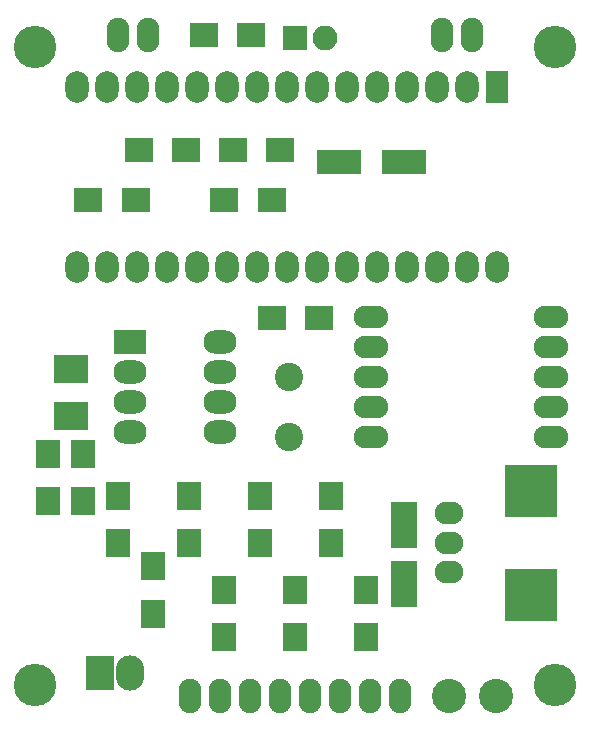
<source format=gbr>
G04 #@! TF.FileFunction,Soldermask,Top*
%FSLAX46Y46*%
G04 Gerber Fmt 4.6, Leading zero omitted, Abs format (unit mm)*
G04 Created by KiCad (PCBNEW 4.0.4-stable) date 05/01/17 17:01:59*
%MOMM*%
%LPD*%
G01*
G04 APERTURE LIST*
%ADD10C,0.100000*%
%ADD11C,2.400000*%
%ADD12O,2.924000X1.924000*%
%ADD13R,2.400000X3.000000*%
%ADD14O,2.400000X3.000000*%
%ADD15R,2.800000X2.000000*%
%ADD16O,2.800000X2.000000*%
%ADD17O,1.920000X2.920000*%
%ADD18O,2.400000X1.924000*%
%ADD19R,4.400000X4.400000*%
%ADD20R,2.400000X2.100000*%
%ADD21R,2.100000X2.400000*%
%ADD22R,1.974800X2.686000*%
%ADD23O,1.974800X2.686000*%
%ADD24C,3.600000*%
%ADD25C,2.899360*%
%ADD26R,2.900000X2.400000*%
%ADD27R,2.200000X3.900000*%
%ADD28R,2.100000X2.100000*%
%ADD29O,2.100000X2.100000*%
%ADD30R,3.700000X2.100000*%
G04 APERTURE END LIST*
D10*
D11*
X94500000Y-101000000D03*
X94500000Y-106000000D03*
D12*
X116620000Y-106080000D03*
X116620000Y-103540000D03*
X116620000Y-101000000D03*
X116620000Y-98460000D03*
X116620000Y-95920000D03*
X101380000Y-95920000D03*
X101380000Y-98460000D03*
X101380000Y-101000000D03*
X101380000Y-103540000D03*
X101380000Y-106080000D03*
D13*
X78500000Y-126000000D03*
D14*
X81040000Y-126000000D03*
D15*
X81000000Y-98000000D03*
D16*
X88620000Y-105620000D03*
X81000000Y-100540000D03*
X88620000Y-103080000D03*
X81000000Y-103080000D03*
X88620000Y-100540000D03*
X81000000Y-105620000D03*
X88620000Y-98000000D03*
D17*
X80000000Y-72000000D03*
X82540000Y-72000000D03*
X110000000Y-72000000D03*
X107460000Y-72000000D03*
D18*
X108000000Y-112500000D03*
X108000000Y-115000000D03*
X108000000Y-117500000D03*
D19*
X115000000Y-119400000D03*
X115000000Y-110600000D03*
D20*
X89000000Y-86000000D03*
X93000000Y-86000000D03*
D21*
X80000000Y-115000000D03*
X80000000Y-111000000D03*
X83000000Y-121000000D03*
X83000000Y-117000000D03*
X86000000Y-115000000D03*
X86000000Y-111000000D03*
X89000000Y-123000000D03*
X89000000Y-119000000D03*
X92000000Y-115000000D03*
X92000000Y-111000000D03*
X95000000Y-123000000D03*
X95000000Y-119000000D03*
X98000000Y-115000000D03*
X98000000Y-111000000D03*
X101000000Y-123000000D03*
X101000000Y-119000000D03*
D20*
X93000000Y-96000000D03*
X97000000Y-96000000D03*
D21*
X74100000Y-111500000D03*
X74100000Y-107500000D03*
D20*
X81500000Y-86000000D03*
X77500000Y-86000000D03*
D22*
X112050000Y-76380000D03*
D23*
X109510000Y-76380000D03*
X106970000Y-76380000D03*
X104430000Y-76380000D03*
X101890000Y-76380000D03*
X99350000Y-76380000D03*
X96810000Y-76380000D03*
X94270000Y-76380000D03*
X91730000Y-76380000D03*
X89190000Y-76380000D03*
X86650000Y-76380000D03*
X84110000Y-76380000D03*
X81570000Y-76380000D03*
X79030000Y-76380000D03*
X76490000Y-76380000D03*
X76490000Y-91620000D03*
X79030000Y-91620000D03*
X81570000Y-91620000D03*
X84110000Y-91620000D03*
X86650000Y-91620000D03*
X89190000Y-91620000D03*
X91730000Y-91620000D03*
X94270000Y-91620000D03*
X96810000Y-91620000D03*
X99350000Y-91620000D03*
X101890000Y-91620000D03*
X104430000Y-91620000D03*
X106970000Y-91620000D03*
X109510000Y-91620000D03*
X112050000Y-91620000D03*
D24*
X73000000Y-73000000D03*
X117000000Y-73000000D03*
X73000000Y-127000000D03*
X117000000Y-127000000D03*
D25*
X112000000Y-128000000D03*
X108000000Y-128000000D03*
D17*
X86100000Y-128000000D03*
X88640000Y-128000000D03*
X91180000Y-128000000D03*
X93720000Y-128000000D03*
X96260000Y-128000000D03*
X98800000Y-128000000D03*
X101340000Y-128000000D03*
X103880000Y-128000000D03*
D21*
X77000000Y-107500000D03*
X77000000Y-111500000D03*
D26*
X76000000Y-100250000D03*
X76000000Y-104250000D03*
D27*
X104250000Y-113500000D03*
X104250000Y-118500000D03*
D28*
X95000000Y-72250000D03*
D29*
X97540000Y-72250000D03*
D20*
X89750000Y-81750000D03*
X93750000Y-81750000D03*
X81750000Y-81750000D03*
X85750000Y-81750000D03*
X91250000Y-72000000D03*
X87250000Y-72000000D03*
D30*
X104250000Y-82750000D03*
X98750000Y-82750000D03*
M02*

</source>
